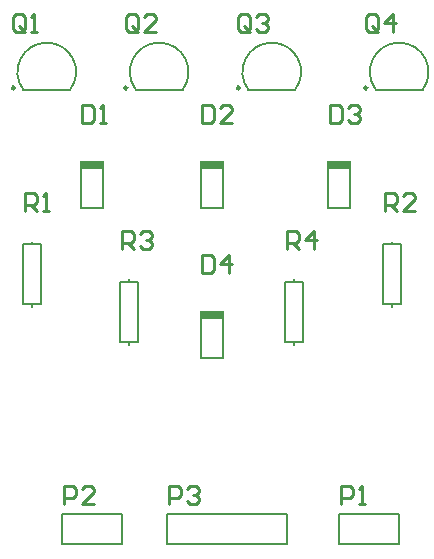
<source format=gto>
G04*
G04 #@! TF.GenerationSoftware,Altium Limited,Altium Designer,20.0.2 (26)*
G04*
G04 Layer_Color=65535*
%FSLAX44Y44*%
%MOMM*%
G71*
G01*
G75*
%ADD10C,0.2500*%
%ADD11C,0.2000*%
%ADD12C,0.2540*%
%ADD13R,1.9000X0.8000*%
D10*
X1357250Y1148550D02*
G03*
X1357250Y1148550I-1250J0D01*
G01*
X1452500D02*
G03*
X1452500Y1148550I-1250J0D01*
G01*
X1547750D02*
G03*
X1547750Y1148550I-1250J0D01*
G01*
X1655700D02*
G03*
X1655700Y1148550I-1250J0D01*
G01*
D11*
X1404100Y1147050D02*
G03*
X1364500Y1147050I-19800J15000D01*
G01*
X1499350D02*
G03*
X1459750Y1147050I-19800J15000D01*
G01*
X1594600D02*
G03*
X1555000Y1147050I-19800J15000D01*
G01*
X1702550D02*
G03*
X1662950Y1147050I-19800J15000D01*
G01*
X1631950Y762000D02*
Y787400D01*
X1682750D01*
Y762000D02*
Y787400D01*
X1631950Y762000D02*
X1682750D01*
X1364500Y1147050D02*
X1404100D01*
X1668780Y1016000D02*
X1676400D01*
X1668780Y965200D02*
Y1016000D01*
Y965200D02*
X1684020D01*
Y1016000D01*
X1676400D02*
X1684020D01*
X1676400Y962914D02*
Y965200D01*
Y1016000D02*
Y1018286D01*
X1363980Y1016000D02*
X1371600D01*
X1363980Y965200D02*
Y1016000D01*
Y965200D02*
X1379220D01*
Y1016000D01*
X1371600D02*
X1379220D01*
X1371600Y962914D02*
Y965200D01*
Y1016000D02*
Y1018286D01*
X1514500Y1047300D02*
X1533500D01*
X1514500D02*
Y1086300D01*
X1533500Y1047300D02*
Y1086300D01*
X1412900Y1047300D02*
X1431900D01*
X1412900D02*
Y1086300D01*
X1431900Y1047300D02*
Y1086300D01*
X1459750Y1147050D02*
X1499350D01*
X1397000Y762000D02*
Y787400D01*
X1447800D01*
Y762000D02*
Y787400D01*
X1397000Y762000D02*
X1447800D01*
X1587500D02*
Y787400D01*
X1485900Y762000D02*
X1587500D01*
X1485900Y787400D02*
X1587500D01*
X1485900Y762000D02*
Y787400D01*
X1555000Y1147050D02*
X1594600D01*
X1446530Y984250D02*
X1454150D01*
X1446530Y933450D02*
Y984250D01*
Y933450D02*
X1461770D01*
Y984250D01*
X1454150D02*
X1461770D01*
X1454150Y931164D02*
Y933450D01*
Y984250D02*
Y986536D01*
X1514500Y920300D02*
X1533500D01*
X1514500D02*
Y959300D01*
X1533500Y920300D02*
Y959300D01*
X1622450Y1047300D02*
X1641450D01*
X1622450D02*
Y1086300D01*
X1641450Y1047300D02*
Y1086300D01*
X1662950Y1147050D02*
X1702550D01*
X1586230Y984250D02*
X1593850D01*
X1586230Y933450D02*
Y984250D01*
Y933450D02*
X1601470D01*
Y984250D01*
X1593850D02*
X1601470D01*
X1593850Y931164D02*
Y933450D01*
Y984250D02*
Y986536D01*
D12*
X1587881Y1012571D02*
Y1027806D01*
X1595499D01*
X1598038Y1025267D01*
Y1020189D01*
X1595499Y1017649D01*
X1587881D01*
X1592959D02*
X1598038Y1012571D01*
X1610734D02*
Y1027806D01*
X1603116Y1020189D01*
X1613273D01*
X1448181Y1012571D02*
Y1027806D01*
X1455798D01*
X1458338Y1025267D01*
Y1020189D01*
X1455798Y1017649D01*
X1448181D01*
X1453259D02*
X1458338Y1012571D01*
X1463416Y1025267D02*
X1465955Y1027806D01*
X1471034D01*
X1473573Y1025267D01*
Y1022728D01*
X1471034Y1020189D01*
X1468494D01*
X1471034D01*
X1473573Y1017649D01*
Y1015110D01*
X1471034Y1012571D01*
X1465955D01*
X1463416Y1015110D01*
X1670431Y1044321D02*
Y1059556D01*
X1678049D01*
X1680588Y1057017D01*
Y1051938D01*
X1678049Y1049399D01*
X1670431D01*
X1675509D02*
X1680588Y1044321D01*
X1695823D02*
X1685666D01*
X1695823Y1054478D01*
Y1057017D01*
X1693284Y1059556D01*
X1688205D01*
X1685666Y1057017D01*
X1365631Y1044321D02*
Y1059556D01*
X1373248D01*
X1375788Y1057017D01*
Y1051938D01*
X1373248Y1049399D01*
X1365631D01*
X1370709D02*
X1375788Y1044321D01*
X1380866D02*
X1385944D01*
X1383405D01*
Y1059556D01*
X1380866Y1057017D01*
X1664713Y1198117D02*
Y1208274D01*
X1662173Y1210813D01*
X1657095D01*
X1654556Y1208274D01*
Y1198117D01*
X1657095Y1195578D01*
X1662173D01*
X1659634Y1200656D02*
X1664713Y1195578D01*
X1662173D02*
X1664713Y1198117D01*
X1677409Y1195578D02*
Y1210813D01*
X1669791Y1203195D01*
X1679948D01*
X1556763Y1198117D02*
Y1208274D01*
X1554223Y1210813D01*
X1549145D01*
X1546606Y1208274D01*
Y1198117D01*
X1549145Y1195578D01*
X1554223D01*
X1551684Y1200656D02*
X1556763Y1195578D01*
X1554223D02*
X1556763Y1198117D01*
X1561841Y1208274D02*
X1564380Y1210813D01*
X1569459D01*
X1571998Y1208274D01*
Y1205735D01*
X1569459Y1203195D01*
X1566919D01*
X1569459D01*
X1571998Y1200656D01*
Y1198117D01*
X1569459Y1195578D01*
X1564380D01*
X1561841Y1198117D01*
X1461513D02*
Y1208274D01*
X1458974Y1210813D01*
X1453895D01*
X1451356Y1208274D01*
Y1198117D01*
X1453895Y1195578D01*
X1458974D01*
X1456434Y1200656D02*
X1461513Y1195578D01*
X1458974D02*
X1461513Y1198117D01*
X1476748Y1195578D02*
X1466591D01*
X1476748Y1205735D01*
Y1208274D01*
X1474209Y1210813D01*
X1469130D01*
X1466591Y1208274D01*
X1366263Y1198117D02*
Y1208274D01*
X1363723Y1210813D01*
X1358645D01*
X1356106Y1208274D01*
Y1198117D01*
X1358645Y1195578D01*
X1363723D01*
X1361184Y1200656D02*
X1366263Y1195578D01*
X1363723D02*
X1366263Y1198117D01*
X1371341Y1195578D02*
X1376419D01*
X1373880D01*
Y1210813D01*
X1371341Y1208274D01*
X1487424Y796036D02*
Y811271D01*
X1495042D01*
X1497581Y808732D01*
Y803653D01*
X1495042Y801114D01*
X1487424D01*
X1502659Y808732D02*
X1505198Y811271D01*
X1510277D01*
X1512816Y808732D01*
Y806193D01*
X1510277Y803653D01*
X1507737D01*
X1510277D01*
X1512816Y801114D01*
Y798575D01*
X1510277Y796036D01*
X1505198D01*
X1502659Y798575D01*
X1398524Y796036D02*
Y811271D01*
X1406142D01*
X1408681Y808732D01*
Y803653D01*
X1406142Y801114D01*
X1398524D01*
X1423916Y796036D02*
X1413759D01*
X1423916Y806193D01*
Y808732D01*
X1421377Y811271D01*
X1416298D01*
X1413759Y808732D01*
X1633474Y796036D02*
Y811271D01*
X1641091D01*
X1643631Y808732D01*
Y803653D01*
X1641091Y801114D01*
X1633474D01*
X1648709Y796036D02*
X1653787D01*
X1651248D01*
Y811271D01*
X1648709Y808732D01*
X1515999Y1006724D02*
Y991489D01*
X1523616D01*
X1526156Y994028D01*
Y1004185D01*
X1523616Y1006724D01*
X1515999D01*
X1538852Y991489D02*
Y1006724D01*
X1531234Y999107D01*
X1541391D01*
X1623949Y1133724D02*
Y1118489D01*
X1631566D01*
X1634106Y1121028D01*
Y1131185D01*
X1631566Y1133724D01*
X1623949D01*
X1639184Y1131185D02*
X1641723Y1133724D01*
X1646802D01*
X1649341Y1131185D01*
Y1128646D01*
X1646802Y1126106D01*
X1644262D01*
X1646802D01*
X1649341Y1123567D01*
Y1121028D01*
X1646802Y1118489D01*
X1641723D01*
X1639184Y1121028D01*
X1515999Y1133724D02*
Y1118489D01*
X1523616D01*
X1526156Y1121028D01*
Y1131185D01*
X1523616Y1133724D01*
X1515999D01*
X1541391Y1118489D02*
X1531234D01*
X1541391Y1128646D01*
Y1131185D01*
X1538852Y1133724D01*
X1533773D01*
X1531234Y1131185D01*
X1414399Y1133724D02*
Y1118489D01*
X1422016D01*
X1424556Y1121028D01*
Y1131185D01*
X1422016Y1133724D01*
X1414399D01*
X1429634Y1118489D02*
X1434712D01*
X1432173D01*
Y1133724D01*
X1429634Y1131185D01*
D13*
X1524000Y1083300D02*
D03*
X1422400D02*
D03*
X1524000Y956300D02*
D03*
X1631950Y1083300D02*
D03*
M02*

</source>
